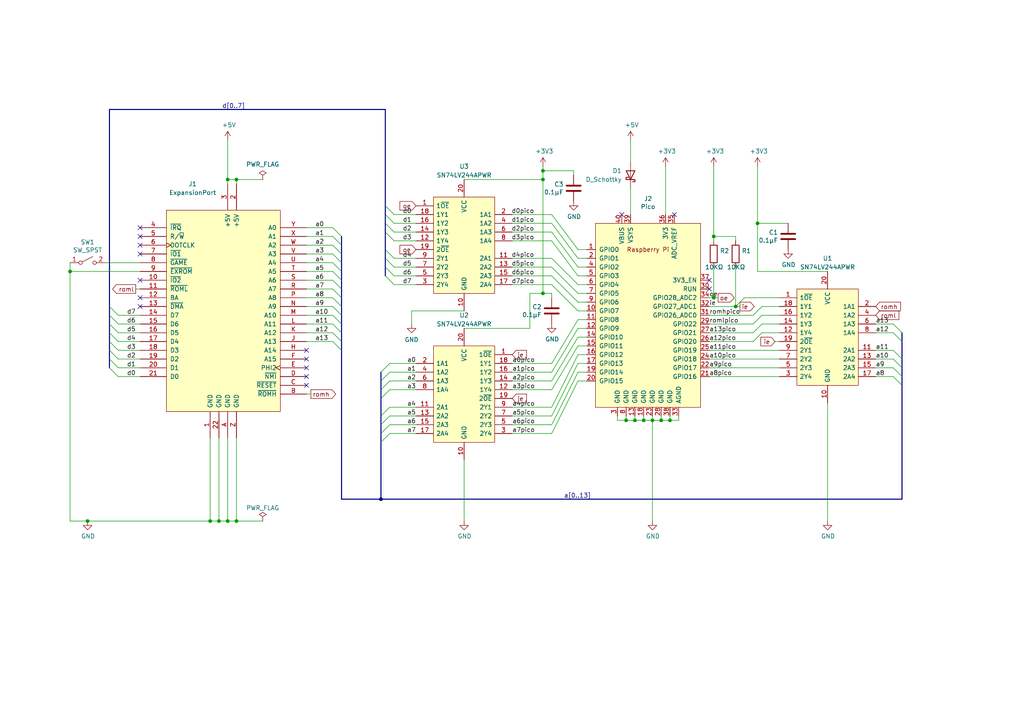
<source format=kicad_sch>
(kicad_sch (version 20211123) (generator eeschema)
  (paper "A4")
  (title_block (title "pico16k") (date "2022-02-16") (rev "3") (company "Kevin Vance") (comment 1 "C64 to Raspberry Pi Pico Adapter") (comment 2 "Switchable 8k/16k"))
  (lib_symbols
    (symbol "Device:C" (pin_numbers hide) (pin_names (offset 0.254))
      (property "Reference" "C" (at 0.635 2.54 0))
      (property "Value" "C" (at 0.635 -2.54 0))
      (symbol "C_0_1"
        (polyline (pts (xy -2.032 -0.762) (xy 2.032 -0.762)) (stroke (width 0.508)))
        (polyline (pts (xy -2.032 0.762) (xy 2.032 0.762)) (stroke (width 0.508)))
      )
      (symbol "C_1_1"
        (pin passive line (at 0 3.81 270) (length 2.794) (name "~") (number "1"))
        (pin passive line (at 0 -3.81 90) (length 2.794) (name "~") (number "2"))
      )
    )
    (symbol "Device:R" (pin_numbers hide) (pin_names (offset 0))
      (property "Reference" "R" (at 2.032 0 90))
      (property "Value" "R" (at 0 0 90))
      (symbol "R_0_1"
        (rectangle (start -1.016 -2.54) (end 1.016 2.54) (stroke (width 0.254)))
      )
      (symbol "R_1_1"
        (pin passive line (at 0 3.81 270) (length 1.27) (name "~") (number "1"))
        (pin passive line (at 0 -3.81 90) (length 1.27) (name "~") (number "2"))
      )
    )
    (symbol "Switch:SW_SPST" (pin_names (offset 0) hide)
      (property "Reference" "SW" (at 0 3.175 0))
      (property "Value" "SW_SPST" (at 0 -2.54 0))
      (symbol "SW_SPST_0_0"
        (circle (center -2.032 0) (radius 0.508))
        (polyline (pts (xy -1.524 0.254) (xy 1.524 1.778)))
        (circle (center 2.032 0) (radius 0.508))
      )
      (symbol "SW_SPST_1_1"
        (pin passive line (at -5.08 0 0) (length 2.54) (name "A") (number "1"))
        (pin passive line (at 5.08 0 180) (length 2.54) (name "B") (number "2"))
      )
    )
    (symbol "picocart:D_Schottky" (pin_numbers hide) (pin_names (offset 1.016) hide)
      (property "Reference" "D" (at 0 2.54 0))
      (property "Value" "D_Schottky" (at 0 -2.54 0))
      (symbol "D_Schottky_0_1"
        (polyline (pts (xy 1.27 0) (xy -1.27 0)))
        (polyline (pts (xy 1.27 1.27) (xy 1.27 -1.27) (xy -1.27 0) (xy 1.27 1.27)) (stroke (width 0.254)))
        (polyline (pts (xy -1.905 0.635) (xy -1.905 1.27) (xy -1.27 1.27) (xy -1.27 -1.27) (xy -0.635 -1.27) (xy -0.635 -0.635)) (stroke (width 0.254)))
      )
      (symbol "D_Schottky_1_1"
        (pin power_out line (at -3.81 0 0) (length 2.54) (name "K") (number "1"))
        (pin power_in line (at 3.81 0 180) (length 2.54) (name "A") (number "2"))
      )
    )
    (symbol "picocart:ExpansionPort" (pin_names (offset 1.016))
      (property "Reference" "X" (at 0 -2.54 0))
      (property "Value" "ExpansionPort" (at 0 2.54 0))
      (symbol "ExpansionPort_1_0"
        (rectangle (start -16.51 -29.21) (end 16.51 29.21) (fill (type background)))
      )
      (symbol "ExpansionPort_1_1"
        (pin power_in line (at -3.81 -36.83 90) (length 7.62) (name "GND") (number "1"))
        (pin output line (at -24.13 8.89 0) (length 7.62) (name "~{IO2}") (number "10"))
        (pin output line (at -24.13 6.35 0) (length 7.62) (name "~{ROML}") (number "11"))
        (pin output line (at -24.13 3.81 0) (length 7.62) (name "BA") (number "12"))
        (pin input line (at -24.13 1.27 0) (length 7.62) (name "~{DMA}") (number "13"))
        (pin bidirectional line (at -24.13 -1.27 0) (length 7.62) (name "D7") (number "14"))
        (pin bidirectional line (at -24.13 -3.81 0) (length 7.62) (name "D6") (number "15"))
        (pin bidirectional line (at -24.13 -6.35 0) (length 7.62) (name "D5") (number "16"))
        (pin bidirectional line (at -24.13 -8.89 0) (length 7.62) (name "D4") (number "17"))
        (pin bidirectional line (at -24.13 -11.43 0) (length 7.62) (name "D3") (number "18"))
        (pin bidirectional line (at -24.13 -13.97 0) (length 7.62) (name "D2") (number "19"))
        (pin power_in line (at 3.81 36.83 270) (length 7.62) (name "+5V") (number "2"))
        (pin bidirectional line (at -24.13 -16.51 0) (length 7.62) (name "D1") (number "20"))
        (pin bidirectional line (at -24.13 -19.05 0) (length 7.62) (name "D0") (number "21"))
        (pin power_in line (at -1.27 -36.83 90) (length 7.62) (name "GND") (number "22"))
        (pin power_in line (at 1.27 36.83 270) (length 7.62) (name "+5V") (number "3"))
        (pin input line (at -24.13 24.13 0) (length 7.62) (name "~{IRQ}") (number "4"))
        (pin output line (at -24.13 21.59 0) (length 7.62) (name "R/~{W}") (number "5"))
        (pin output clock (at -24.13 19.05 0) (length 7.62) (name "DOTCLK") (number "6"))
        (pin output line (at -24.13 16.51 0) (length 7.62) (name "~{IO1}") (number "7"))
        (pin input line (at -24.13 13.97 0) (length 7.62) (name "~{GAME}") (number "8"))
        (pin input line (at -24.13 11.43 0) (length 7.62) (name "~{EXROM}") (number "9"))
        (pin power_in line (at 1.27 -36.83 90) (length 7.62) (name "GND") (number "A"))
        (pin output line (at 24.13 -24.13 180) (length 7.62) (name "~{ROMH}") (number "B"))
        (pin input line (at 24.13 -21.59 180) (length 7.62) (name "~{RESET}") (number "C"))
        (pin input line (at 24.13 -19.05 180) (length 7.62) (name "~{NMI}") (number "D"))
        (pin output clock (at 24.13 -16.51 180) (length 7.62) (name "PHI2") (number "E"))
        (pin output line (at 24.13 -13.97 180) (length 7.62) (name "A15") (number "F"))
        (pin output line (at 24.13 -11.43 180) (length 7.62) (name "A14") (number "H"))
        (pin output line (at 24.13 -8.89 180) (length 7.62) (name "A13") (number "J"))
        (pin output line (at 24.13 -6.35 180) (length 7.62) (name "A12") (number "K"))
        (pin output line (at 24.13 -3.81 180) (length 7.62) (name "A11") (number "L"))
        (pin output line (at 24.13 -1.27 180) (length 7.62) (name "A10") (number "M"))
        (pin output line (at 24.13 1.27 180) (length 7.62) (name "A9") (number "N"))
        (pin output line (at 24.13 3.81 180) (length 7.62) (name "A8") (number "P"))
        (pin output line (at 24.13 6.35 180) (length 7.62) (name "A7") (number "R"))
        (pin output line (at 24.13 8.89 180) (length 7.62) (name "A6") (number "S"))
        (pin output line (at 24.13 11.43 180) (length 7.62) (name "A5") (number "T"))
        (pin output line (at 24.13 13.97 180) (length 7.62) (name "A4") (number "U"))
        (pin output line (at 24.13 16.51 180) (length 7.62) (name "A3") (number "V"))
        (pin output line (at 24.13 19.05 180) (length 7.62) (name "A2") (number "W"))
        (pin output line (at 24.13 21.59 180) (length 7.62) (name "A1") (number "X"))
        (pin output line (at 24.13 24.13 180) (length 7.62) (name "A0") (number "Y"))
        (pin power_in line (at 3.81 -36.83 90) (length 7.62) (name "GND") (number "Z"))
      )
    )
    (symbol "picocart:Pico" (pin_names (offset 1.016))
      (property "Reference" "U" (at -13.97 27.94 0))
      (property "Value" "Pico" (at 0 16.51 0))
      (symbol "Pico_0_0"
        (text "Raspberry Pi" (at 0 19.05 0) (effects (font (size 1.27 1.27))))
      )
      (symbol "Pico_0_1"
        (rectangle (start -15.24 26.67) (end 15.24 -26.67) (fill (type background)))
      )
      (symbol "Pico_1_1"
        (pin bidirectional line (at -17.78 19.05 0) (length 2.54) (name "GPIO0") (number "1"))
        (pin bidirectional line (at -17.78 1.27 0) (length 2.54) (name "GPIO7") (number "10"))
        (pin bidirectional line (at -17.78 -1.27 0) (length 2.54) (name "GPIO8") (number "11"))
        (pin bidirectional line (at -17.78 -3.81 0) (length 2.54) (name "GPIO9") (number "12"))
        (pin power_in line (at -3.81 -29.21 90) (length 2.54) (name "GND") (number "13"))
        (pin bidirectional line (at -17.78 -6.35 0) (length 2.54) (name "GPIO10") (number "14"))
        (pin bidirectional line (at -17.78 -8.89 0) (length 2.54) (name "GPIO11") (number "15"))
        (pin bidirectional line (at -17.78 -11.43 0) (length 2.54) (name "GPIO12") (number "16"))
        (pin bidirectional line (at -17.78 -13.97 0) (length 2.54) (name "GPIO13") (number "17"))
        (pin power_in line (at -1.27 -29.21 90) (length 2.54) (name "GND") (number "18"))
        (pin bidirectional line (at -17.78 -16.51 0) (length 2.54) (name "GPIO14") (number "19"))
        (pin bidirectional line (at -17.78 16.51 0) (length 2.54) (name "GPIO1") (number "2"))
        (pin bidirectional line (at -17.78 -19.05 0) (length 2.54) (name "GPIO15") (number "20"))
        (pin bidirectional line (at 17.78 -17.78 180) (length 2.54) (name "GPIO16") (number "21"))
        (pin bidirectional line (at 17.78 -15.24 180) (length 2.54) (name "GPIO17") (number "22"))
        (pin power_in line (at 1.27 -29.21 90) (length 2.54) (name "GND") (number "23"))
        (pin bidirectional line (at 17.78 -12.7 180) (length 2.54) (name "GPIO18") (number "24"))
        (pin bidirectional line (at 17.78 -10.16 180) (length 2.54) (name "GPIO19") (number "25"))
        (pin bidirectional line (at 17.78 -7.62 180) (length 2.54) (name "GPIO20") (number "26"))
        (pin bidirectional line (at 17.78 -5.08 180) (length 2.54) (name "GPIO21") (number "27"))
        (pin power_in line (at 3.81 -29.21 90) (length 2.54) (name "GND") (number "28"))
        (pin bidirectional line (at 17.78 -2.54 180) (length 2.54) (name "GPIO22") (number "29"))
        (pin power_in line (at -8.89 -29.21 90) (length 2.54) (name "GND") (number "3"))
        (pin input line (at 17.78 7.62 180) (length 2.54) (name "RUN") (number "30"))
        (pin bidirectional line (at 17.78 0 180) (length 2.54) (name "GPIO26_ADC0") (number "31"))
        (pin bidirectional line (at 17.78 2.54 180) (length 2.54) (name "GPIO27_ADC1") (number "32"))
        (pin power_in line (at 8.89 -29.21 90) (length 2.54) (name "AGND") (number "33"))
        (pin bidirectional line (at 17.78 5.08 180) (length 2.54) (name "GPIO28_ADC2") (number "34"))
        (pin unspecified line (at 7.62 29.21 270) (length 2.54) (name "ADC_VREF") (number "35"))
        (pin power_out line (at 5.08 29.21 270) (length 2.54) (name "3V3") (number "36"))
        (pin input line (at 17.78 10.16 180) (length 2.54) (name "3V3_EN") (number "37"))
        (pin power_in line (at 6.35 -29.21 90) (length 2.54) (name "GND") (number "38"))
        (pin power_in line (at -5.08 29.21 270) (length 2.54) (name "VSYS") (number "39"))
        (pin bidirectional line (at -17.78 13.97 0) (length 2.54) (name "GPIO2") (number "4"))
        (pin unspecified line (at -7.62 29.21 270) (length 2.54) (name "VBUS") (number "40"))
        (pin bidirectional line (at -17.78 11.43 0) (length 2.54) (name "GPIO3") (number "5"))
        (pin bidirectional line (at -17.78 8.89 0) (length 2.54) (name "GPIO4") (number "6"))
        (pin bidirectional line (at -17.78 6.35 0) (length 2.54) (name "GPIO5") (number "7"))
        (pin power_in line (at -6.35 -29.21 90) (length 2.54) (name "GND") (number "8"))
        (pin bidirectional line (at -17.78 3.81 0) (length 2.54) (name "GPIO6") (number "9"))
      )
    )
    (symbol "picocart:SN74LV244APWR" (pin_names (offset 0.762))
      (property "Reference" "IC" (at 24.13 7.62 0))
      (property "Value" "SN74LV244APWR" (at 24.13 5.08 0))
      (symbol "SN74LV244APWR_0_0"
        (pin input line (at 27.94 0 180) (length 5.08) (name "1~{OE}") (number "1"))
        (pin passive line (at 13.97 -30.48 90) (length 5.08) (name "GND") (number "10"))
        (pin input line (at 0 -15.24 0) (length 5.08) (name "2A1") (number "11"))
        (pin output line (at 27.94 -10.16 180) (length 5.08) (name "1Y4") (number "12"))
        (pin input line (at 0 -17.78 0) (length 5.08) (name "2A2") (number "13"))
        (pin output line (at 27.94 -7.62 180) (length 5.08) (name "1Y3") (number "14"))
        (pin input line (at 0 -20.32 0) (length 5.08) (name "2A3") (number "15"))
        (pin output line (at 27.94 -5.08 180) (length 5.08) (name "1Y2") (number "16"))
        (pin input line (at 0 -22.86 0) (length 5.08) (name "2A4") (number "17"))
        (pin output line (at 27.94 -2.54 180) (length 5.08) (name "1Y1") (number "18"))
        (pin input line (at 27.94 -12.7 180) (length 5.08) (name "2~{OE}") (number "19"))
        (pin input line (at 0 -2.54 0) (length 5.08) (name "1A1") (number "2"))
        (pin power_in line (at 13.97 7.62 270) (length 5.08) (name "VCC") (number "20"))
        (pin output line (at 27.94 -22.86 180) (length 5.08) (name "2Y4") (number "3"))
        (pin input line (at 0 -5.08 0) (length 5.08) (name "1A2") (number "4"))
        (pin output line (at 27.94 -20.32 180) (length 5.08) (name "2Y3") (number "5"))
        (pin input line (at 0 -7.62 0) (length 5.08) (name "1A3") (number "6"))
        (pin output line (at 27.94 -17.78 180) (length 5.08) (name "2Y2") (number "7"))
        (pin input line (at 0 -10.16 0) (length 5.08) (name "1A4") (number "8"))
        (pin output line (at 27.94 -15.24 180) (length 5.08) (name "2Y1") (number "9"))
      )
      (symbol "SN74LV244APWR_0_1"
        (polyline (pts (xy 5.08 2.54) (xy 22.86 2.54) (xy 22.86 -25.4) (xy 5.08 -25.4) (xy 5.08 2.54)) (stroke (width 0.1524)) (fill (type background)))
      )
    )
    (symbol "power:+3V3" (power) (pin_names (offset 0))
      (property "Value" "+3V3" (at 0 3.556 0))
      (symbol "+3V3_0_1"
        (polyline (pts (xy -0.762 1.27) (xy 0 2.54)))
        (polyline (pts (xy 0 0) (xy 0 2.54)))
        (polyline (pts (xy 0 2.54) (xy 0.762 1.27)))
      )
      (symbol "+3V3_1_1"
        (pin power_in line (at 0 0 90) (length 0) hide (name "+3V3") (number "1"))
      )
    )
    (symbol "power:+5V" (power) (pin_names (offset 0))
      (property "Value" "+5V" (at 0 3.556 0))
      (symbol "+5V_0_1"
        (polyline (pts (xy -0.762 1.27) (xy 0 2.54)))
        (polyline (pts (xy 0 0) (xy 0 2.54)))
        (polyline (pts (xy 0 2.54) (xy 0.762 1.27)))
      )
      (symbol "+5V_1_1"
        (pin power_in line (at 0 0 90) (length 0) hide (name "+5V") (number "1"))
      )
    )
    (symbol "power:GND" (power) (pin_names (offset 0))
      (property "Value" "GND" (at 0 -3.81 0))
      (symbol "GND_0_1"
        (polyline (pts (xy 0 0) (xy 0 -1.27) (xy 1.27 -1.27) (xy 0 -2.54) (xy -1.27 -1.27) (xy 0 -1.27)))
      )
      (symbol "GND_1_1"
        (pin power_in line (at 0 0 270) (length 0) hide (name "GND") (number "1"))
      )
    )
    (symbol "power:PWR_FLAG" (power) (pin_numbers hide) (pin_names (offset 0) hide)
      (property "Value" "PWR_FLAG" (at 0 3.81 0))
      (symbol "PWR_FLAG_0_0"
        (pin power_out line (at 0 0 90) (length 0) (name "pwr") (number "1"))
      )
      (symbol "PWR_FLAG_0_1"
        (polyline (pts (xy 0 0) (xy 0 1.27) (xy -1.016 1.905) (xy 0 2.54) (xy 1.016 1.905) (xy 0 1.27)))
      )
    )
  )
  (junction (at 157.48 49.53))
  (junction (at 194.31 121.92))
  (junction (at 20.32 78.74))
  (junction (at 184.15 121.92))
  (junction (at 219.71 64.77))
  (junction (at 207.01 86.36))
  (junction (at 191.77 121.92))
  (junction (at 181.61 121.92))
  (junction (at 110.49 144.78))
  (junction (at 207.01 68.58))
  (junction (at 25.4 151.13))
  (junction (at 213.36 88.9))
  (junction (at 157.48 85.09))
  (junction (at 189.23 121.92))
  (junction (at 68.58 151.13))
  (junction (at 186.69 121.92))
  (junction (at 63.5 151.13))
  (junction (at 66.04 151.13))
  (junction (at 68.58 52.07))
  (junction (at 157.48 52.07))
  (junction (at 66.04 52.07))
  (junction (at 60.96 151.13))
  (no_connect (at 88.9 111.76))
  (no_connect (at 88.9 109.22))
  (no_connect (at 40.64 81.28))
  (no_connect (at 40.64 66.04))
  (no_connect (at 40.64 86.36))
  (no_connect (at 40.64 73.66))
  (no_connect (at 40.64 88.9))
  (no_connect (at 40.64 68.58))
  (no_connect (at 205.74 83.82))
  (no_connect (at 205.74 81.28))
  (no_connect (at 88.9 101.6))
  (no_connect (at 88.9 106.68))
  (no_connect (at 195.58 62.23))
  (no_connect (at 88.9 104.14))
  (no_connect (at 180.34 62.23))
  (no_connect (at 40.64 71.12))
  (bus_entry (at 259.08 93.98) (size 2.54 2.54))
  (bus_entry (at 110.49 115.57) (size 2.54 -2.54))
  (bus_entry (at 34.29 93.98) (size -2.54 -2.54))
  (bus_entry (at 114.3 82.55) (size -2.54 -2.54))
  (bus_entry (at 259.08 96.52) (size 2.54 2.54))
  (bus_entry (at 96.52 71.12) (size 2.54 2.54))
  (bus_entry (at 110.49 128.27) (size 2.54 -2.54))
  (bus_entry (at 96.52 88.9) (size 2.54 2.54))
  (bus_entry (at 96.52 68.58) (size 2.54 2.54))
  (bus_entry (at 96.52 86.36) (size 2.54 2.54))
  (bus_entry (at 34.29 101.6) (size -2.54 -2.54))
  (bus_entry (at 96.52 91.44) (size 2.54 2.54))
  (bus_entry (at 259.08 106.68) (size 2.54 2.54))
  (bus_entry (at 110.49 125.73) (size 2.54 -2.54))
  (bus_entry (at 96.52 66.04) (size 2.54 2.54))
  (bus_entry (at 34.29 109.22) (size -2.54 -2.54))
  (bus_entry (at 34.29 104.14) (size -2.54 -2.54))
  (bus_entry (at 114.3 62.23) (size -2.54 -2.54))
  (bus_entry (at 96.52 81.28) (size 2.54 2.54))
  (bus_entry (at 259.08 104.14) (size 2.54 2.54))
  (bus_entry (at 114.3 67.31) (size -2.54 -2.54))
  (bus_entry (at 96.52 93.98) (size 2.54 2.54))
  (bus_entry (at 96.52 73.66) (size 2.54 2.54))
  (bus_entry (at 34.29 99.06) (size -2.54 -2.54))
  (bus_entry (at 114.3 80.01) (size -2.54 -2.54))
  (bus_entry (at 34.29 96.52) (size -2.54 -2.54))
  (bus_entry (at 114.3 74.93) (size -2.54 -2.54))
  (bus_entry (at 34.29 106.68) (size -2.54 -2.54))
  (bus_entry (at 110.49 113.03) (size 2.54 -2.54))
  (bus_entry (at 110.49 123.19) (size 2.54 -2.54))
  (bus_entry (at 259.08 109.22) (size 2.54 2.54))
  (bus_entry (at 110.49 120.65) (size 2.54 -2.54))
  (bus_entry (at 110.49 107.95) (size 2.54 -2.54))
  (bus_entry (at 114.3 69.85) (size -2.54 -2.54))
  (bus_entry (at 114.3 77.47) (size -2.54 -2.54))
  (bus_entry (at 34.29 91.44) (size -2.54 -2.54))
  (bus_entry (at 259.08 101.6) (size 2.54 2.54))
  (bus_entry (at 96.52 76.2) (size 2.54 2.54))
  (bus_entry (at 96.52 78.74) (size 2.54 2.54))
  (bus_entry (at 114.3 64.77) (size -2.54 -2.54))
  (bus_entry (at 96.52 83.82) (size 2.54 2.54))
  (bus_entry (at 96.52 96.52) (size 2.54 2.54))
  (bus_entry (at 110.49 110.49) (size 2.54 -2.54))
  (bus_entry (at 96.52 99.06) (size 2.54 2.54))
  (wire (pts (xy 34.29 93.98) (xy 40.64 93.98)))
  (wire (pts (xy 184.15 121.92) (xy 184.15 120.65)))
  (wire (pts (xy 184.15 121.92) (xy 186.69 121.92)))
  (wire (pts (xy 167.64 82.55) (xy 170.18 82.55)))
  (wire (pts (xy 213.36 69.85) (xy 213.36 68.58)))
  (wire (pts (xy 160.02 125.73) (xy 167.64 110.49)))
  (wire (pts (xy 114.3 74.93) (xy 120.65 74.93)))
  (wire (pts (xy 191.77 120.65) (xy 191.77 121.92)))
  (wire (pts (xy 76.2 52.07) (xy 68.58 52.07)))
  (bus (pts (xy 99.06 93.98) (xy 99.06 96.52)))
  (wire (pts (xy 148.59 105.41) (xy 160.02 105.41)))
  (bus (pts (xy 99.06 83.82) (xy 99.06 86.36)))
  (bus (pts (xy 261.62 106.68) (xy 261.62 109.22)))
  (wire (pts (xy 113.03 125.73) (xy 120.65 125.73)))
  (wire (pts (xy 213.36 77.47) (xy 213.36 88.9)))
  (wire (pts (xy 114.3 80.01) (xy 120.65 80.01)))
  (wire (pts (xy 88.9 93.98) (xy 96.52 93.98)))
  (wire (pts (xy 167.64 74.93) (xy 170.18 74.93)))
  (wire (pts (xy 207.01 77.47) (xy 207.01 86.36)))
  (wire (pts (xy 68.58 151.13) (xy 76.2 151.13)))
  (wire (pts (xy 113.03 110.49) (xy 120.65 110.49)))
  (wire (pts (xy 167.64 107.95) (xy 170.18 107.95)))
  (bus (pts (xy 261.62 96.52) (xy 261.62 99.06)))
  (wire (pts (xy 88.9 78.74) (xy 96.52 78.74)))
  (wire (pts (xy 167.64 105.41) (xy 170.18 105.41)))
  (wire (pts (xy 114.3 67.31) (xy 120.65 67.31)))
  (wire (pts (xy 148.59 80.01) (xy 160.02 80.01)))
  (wire (pts (xy 20.32 151.13) (xy 25.4 151.13)))
  (bus (pts (xy 31.75 101.6) (xy 31.75 104.14)))
  (bus (pts (xy 31.75 91.44) (xy 31.75 88.9)))
  (bus (pts (xy 99.06 68.58) (xy 99.06 71.12)))
  (wire (pts (xy 113.03 107.95) (xy 120.65 107.95)))
  (wire (pts (xy 114.3 82.55) (xy 120.65 82.55)))
  (bus (pts (xy 31.75 104.14) (xy 31.75 106.68)))
  (wire (pts (xy 148.59 125.73) (xy 160.02 125.73)))
  (wire (pts (xy 34.29 109.22) (xy 40.64 109.22)))
  (wire (pts (xy 205.74 109.22) (xy 226.06 109.22)))
  (wire (pts (xy 34.29 99.06) (xy 40.64 99.06)))
  (bus (pts (xy 31.75 96.52) (xy 31.75 99.06)))
  (wire (pts (xy 66.04 53.34) (xy 66.04 52.07)))
  (bus (pts (xy 99.06 81.28) (xy 99.06 83.82)))
  (wire (pts (xy 88.9 114.3) (xy 90.17 114.3)))
  (bus (pts (xy 111.76 77.47) (xy 111.76 74.93)))
  (wire (pts (xy 160.02 67.31) (xy 167.64 77.47)))
  (bus (pts (xy 99.06 99.06) (xy 99.06 101.6)))
  (wire (pts (xy 88.9 81.28) (xy 96.52 81.28)))
  (wire (pts (xy 213.36 68.58) (xy 207.01 68.58)))
  (wire (pts (xy 254 109.22) (xy 259.08 109.22)))
  (wire (pts (xy 220.98 93.98) (xy 226.06 93.98)))
  (bus (pts (xy 261.62 111.76) (xy 261.62 144.78)))
  (wire (pts (xy 205.74 88.9) (xy 213.36 88.9)))
  (wire (pts (xy 160.02 123.19) (xy 167.64 107.95)))
  (bus (pts (xy 261.62 104.14) (xy 261.62 106.68)))
  (wire (pts (xy 160.02 64.77) (xy 167.64 74.93)))
  (wire (pts (xy 88.9 99.06) (xy 96.52 99.06)))
  (bus (pts (xy 111.76 74.93) (xy 111.76 72.39)))
  (wire (pts (xy 160.02 85.09) (xy 157.48 85.09)))
  (wire (pts (xy 114.3 64.77) (xy 120.65 64.77)))
  (wire (pts (xy 189.23 121.92) (xy 189.23 151.13)))
  (wire (pts (xy 166.37 49.53) (xy 157.48 49.53)))
  (wire (pts (xy 179.07 120.65) (xy 179.07 121.92)))
  (wire (pts (xy 114.3 69.85) (xy 120.65 69.85)))
  (wire (pts (xy 88.9 88.9) (xy 96.52 88.9)))
  (bus (pts (xy 99.06 91.44) (xy 99.06 93.98)))
  (wire (pts (xy 167.64 92.71) (xy 170.18 92.71)))
  (wire (pts (xy 113.03 105.41) (xy 120.65 105.41)))
  (wire (pts (xy 213.36 88.9) (xy 214.63 88.9)))
  (wire (pts (xy 181.61 120.65) (xy 181.61 121.92)))
  (wire (pts (xy 205.74 91.44) (xy 218.44 91.44)))
  (wire (pts (xy 196.85 121.92) (xy 196.85 120.65)))
  (wire (pts (xy 34.29 96.52) (xy 40.64 96.52)))
  (wire (pts (xy 213.36 88.9) (xy 215.9 86.36)))
  (wire (pts (xy 220.98 96.52) (xy 226.06 96.52)))
  (wire (pts (xy 148.59 77.47) (xy 160.02 77.47)))
  (bus (pts (xy 99.06 78.74) (xy 99.06 81.28)))
  (wire (pts (xy 160.02 107.95) (xy 167.64 95.25)))
  (wire (pts (xy 205.74 99.06) (xy 218.44 99.06)))
  (wire (pts (xy 205.74 106.68) (xy 226.06 106.68)))
  (wire (pts (xy 63.5 127) (xy 63.5 151.13)))
  (wire (pts (xy 207.01 68.58) (xy 207.01 69.85)))
  (wire (pts (xy 218.44 99.06) (xy 220.98 96.52)))
  (wire (pts (xy 218.44 96.52) (xy 220.98 93.98)))
  (wire (pts (xy 88.9 91.44) (xy 96.52 91.44)))
  (wire (pts (xy 148.59 82.55) (xy 160.02 82.55)))
  (wire (pts (xy 186.69 121.92) (xy 189.23 121.92)))
  (wire (pts (xy 20.32 76.2) (xy 20.32 78.74)))
  (bus (pts (xy 31.75 93.98) (xy 31.75 96.52)))
  (bus (pts (xy 110.49 125.73) (xy 110.49 128.27)))
  (wire (pts (xy 153.67 95.25) (xy 153.67 85.09)))
  (wire (pts (xy 66.04 127) (xy 66.04 151.13)))
  (wire (pts (xy 134.62 95.25) (xy 153.67 95.25)))
  (wire (pts (xy 20.32 78.74) (xy 20.32 151.13)))
  (wire (pts (xy 148.59 118.11) (xy 160.02 118.11)))
  (wire (pts (xy 166.37 50.8) (xy 166.37 49.53)))
  (wire (pts (xy 218.44 93.98) (xy 220.98 91.44)))
  (wire (pts (xy 148.59 110.49) (xy 160.02 110.49)))
  (wire (pts (xy 160.02 110.49) (xy 167.64 97.79)))
  (wire (pts (xy 194.31 121.92) (xy 196.85 121.92)))
  (wire (pts (xy 167.64 77.47) (xy 170.18 77.47)))
  (wire (pts (xy 167.64 95.25) (xy 170.18 95.25)))
  (bus (pts (xy 99.06 96.52) (xy 99.06 99.06)))
  (wire (pts (xy 194.31 120.65) (xy 194.31 121.92)))
  (bus (pts (xy 261.62 99.06) (xy 261.62 104.14)))
  (bus (pts (xy 110.49 123.19) (xy 110.49 125.73)))
  (bus (pts (xy 110.49 144.78) (xy 99.06 144.78)))
  (wire (pts (xy 30.48 76.2) (xy 40.64 76.2)))
  (wire (pts (xy 167.64 80.01) (xy 170.18 80.01)))
  (wire (pts (xy 228.6 64.77) (xy 219.71 64.77)))
  (bus (pts (xy 99.06 86.36) (xy 99.06 88.9)))
  (wire (pts (xy 113.03 120.65) (xy 120.65 120.65)))
  (bus (pts (xy 31.75 93.98) (xy 31.75 91.44)))
  (wire (pts (xy 148.59 120.65) (xy 160.02 120.65)))
  (wire (pts (xy 220.98 91.44) (xy 226.06 91.44)))
  (wire (pts (xy 167.64 87.63) (xy 170.18 87.63)))
  (wire (pts (xy 208.28 86.36) (xy 207.01 86.36)))
  (wire (pts (xy 160.02 82.55) (xy 167.64 90.17)))
  (wire (pts (xy 254 101.6) (xy 259.08 101.6)))
  (wire (pts (xy 134.62 52.07) (xy 157.48 52.07)))
  (wire (pts (xy 254 93.98) (xy 259.08 93.98)))
  (wire (pts (xy 148.59 69.85) (xy 160.02 69.85)))
  (bus (pts (xy 110.49 144.78) (xy 261.62 144.78)))
  (bus (pts (xy 99.06 76.2) (xy 99.06 78.74)))
  (wire (pts (xy 167.64 110.49) (xy 170.18 110.49)))
  (wire (pts (xy 219.71 78.74) (xy 219.71 64.77)))
  (bus (pts (xy 111.76 80.01) (xy 111.76 77.47)))
  (wire (pts (xy 157.48 52.07) (xy 157.48 85.09)))
  (wire (pts (xy 88.9 73.66) (xy 96.52 73.66)))
  (wire (pts (xy 88.9 76.2) (xy 96.52 76.2)))
  (wire (pts (xy 191.77 121.92) (xy 194.31 121.92)))
  (wire (pts (xy 25.4 151.13) (xy 60.96 151.13)))
  (wire (pts (xy 226.06 99.06) (xy 224.79 99.06)))
  (wire (pts (xy 160.02 113.03) (xy 167.64 100.33)))
  (wire (pts (xy 189.23 120.65) (xy 189.23 121.92)))
  (wire (pts (xy 34.29 91.44) (xy 40.64 91.44)))
  (wire (pts (xy 167.64 72.39) (xy 170.18 72.39)))
  (wire (pts (xy 157.48 49.53) (xy 157.48 52.07)))
  (bus (pts (xy 99.06 71.12) (xy 99.06 73.66)))
  (wire (pts (xy 205.74 86.36) (xy 207.01 86.36)))
  (wire (pts (xy 60.96 127) (xy 60.96 151.13)))
  (bus (pts (xy 110.49 120.65) (xy 110.49 123.19)))
  (bus (pts (xy 111.76 62.23) (xy 111.76 59.69)))
  (wire (pts (xy 167.64 100.33) (xy 170.18 100.33)))
  (wire (pts (xy 205.74 93.98) (xy 218.44 93.98)))
  (wire (pts (xy 148.59 123.19) (xy 160.02 123.19)))
  (wire (pts (xy 205.74 104.14) (xy 226.06 104.14)))
  (wire (pts (xy 66.04 40.64) (xy 66.04 52.07)))
  (wire (pts (xy 167.64 85.09) (xy 170.18 85.09)))
  (wire (pts (xy 68.58 53.34) (xy 68.58 52.07)))
  (wire (pts (xy 114.3 62.23) (xy 120.65 62.23)))
  (wire (pts (xy 254 104.14) (xy 259.08 104.14)))
  (wire (pts (xy 157.48 48.26) (xy 157.48 49.53)))
  (bus (pts (xy 31.75 88.9) (xy 31.75 31.75)))
  (bus (pts (xy 110.49 115.57) (xy 110.49 120.65)))
  (wire (pts (xy 20.32 78.74) (xy 40.64 78.74)))
  (wire (pts (xy 148.59 67.31) (xy 160.02 67.31)))
  (bus (pts (xy 31.75 31.75) (xy 111.76 31.75)))
  (wire (pts (xy 88.9 71.12) (xy 96.52 71.12)))
  (wire (pts (xy 179.07 121.92) (xy 181.61 121.92)))
  (bus (pts (xy 111.76 64.77) (xy 111.76 62.23)))
  (wire (pts (xy 193.04 62.23) (xy 193.04 48.26)))
  (bus (pts (xy 110.49 107.95) (xy 110.49 110.49)))
  (wire (pts (xy 181.61 121.92) (xy 184.15 121.92)))
  (wire (pts (xy 34.29 104.14) (xy 40.64 104.14)))
  (wire (pts (xy 218.44 91.44) (xy 220.98 88.9)))
  (wire (pts (xy 63.5 151.13) (xy 66.04 151.13)))
  (wire (pts (xy 148.59 113.03) (xy 160.02 113.03)))
  (wire (pts (xy 60.96 151.13) (xy 63.5 151.13)))
  (wire (pts (xy 182.88 46.99) (xy 182.88 40.64)))
  (wire (pts (xy 219.71 64.77) (xy 219.71 48.26)))
  (wire (pts (xy 68.58 127) (xy 68.58 151.13)))
  (wire (pts (xy 160.02 118.11) (xy 167.64 102.87)))
  (wire (pts (xy 167.64 90.17) (xy 170.18 90.17)))
  (wire (pts (xy 88.9 86.36) (xy 96.52 86.36)))
  (bus (pts (xy 110.49 113.03) (xy 110.49 115.57)))
  (wire (pts (xy 119.38 90.17) (xy 119.38 93.98)))
  (wire (pts (xy 186.69 120.65) (xy 186.69 121.92)))
  (wire (pts (xy 148.59 74.93) (xy 160.02 74.93)))
  (wire (pts (xy 160.02 74.93) (xy 167.64 82.55)))
  (wire (pts (xy 39.37 83.82) (xy 40.64 83.82)))
  (wire (pts (xy 160.02 86.36) (xy 160.02 85.09)))
  (wire (pts (xy 88.9 96.52) (xy 96.52 96.52)))
  (bus (pts (xy 110.49 110.49) (xy 110.49 113.03)))
  (bus (pts (xy 99.06 101.6) (xy 99.06 144.78)))
  (bus (pts (xy 111.76 72.39) (xy 111.76 67.31)))
  (wire (pts (xy 215.9 86.36) (xy 226.06 86.36)))
  (bus (pts (xy 99.06 73.66) (xy 99.06 76.2)))
  (bus (pts (xy 31.75 99.06) (xy 31.75 101.6)))
  (wire (pts (xy 113.03 113.03) (xy 120.65 113.03)))
  (wire (pts (xy 153.67 85.09) (xy 157.48 85.09)))
  (wire (pts (xy 148.59 64.77) (xy 160.02 64.77)))
  (wire (pts (xy 167.64 97.79) (xy 170.18 97.79)))
  (wire (pts (xy 160.02 77.47) (xy 167.64 85.09)))
  (wire (pts (xy 88.9 68.58) (xy 96.52 68.58)))
  (wire (pts (xy 88.9 83.82) (xy 96.52 83.82)))
  (wire (pts (xy 134.62 133.35) (xy 134.62 151.13)))
  (wire (pts (xy 148.59 107.95) (xy 160.02 107.95)))
  (wire (pts (xy 167.64 102.87) (xy 170.18 102.87)))
  (bus (pts (xy 111.76 67.31) (xy 111.76 64.77)))
  (wire (pts (xy 113.03 123.19) (xy 120.65 123.19)))
  (wire (pts (xy 254 96.52) (xy 259.08 96.52)))
  (wire (pts (xy 220.98 88.9) (xy 226.06 88.9)))
  (wire (pts (xy 205.74 101.6) (xy 226.06 101.6)))
  (wire (pts (xy 66.04 52.07) (xy 68.58 52.07)))
  (wire (pts (xy 34.29 106.68) (xy 40.64 106.68)))
  (wire (pts (xy 189.23 121.92) (xy 191.77 121.92)))
  (bus (pts (xy 110.49 128.27) (xy 110.49 144.78)))
  (wire (pts (xy 113.03 118.11) (xy 120.65 118.11)))
  (bus (pts (xy 99.06 88.9) (xy 99.06 91.44)))
  (wire (pts (xy 134.62 90.17) (xy 119.38 90.17)))
  (wire (pts (xy 160.02 62.23) (xy 167.64 72.39)))
  (wire (pts (xy 68.58 151.13) (xy 66.04 151.13)))
  (wire (pts (xy 160.02 105.41) (xy 167.64 92.71)))
  (wire (pts (xy 205.74 96.52) (xy 218.44 96.52)))
  (wire (pts (xy 207.01 48.26) (xy 207.01 68.58)))
  (wire (pts (xy 240.03 116.84) (xy 240.03 151.13)))
  (bus (pts (xy 261.62 109.22) (xy 261.62 111.76)))
  (bus (pts (xy 111.76 59.69) (xy 111.76 31.75)))
  (wire (pts (xy 148.59 62.23) (xy 160.02 62.23)))
  (wire (pts (xy 240.03 78.74) (xy 219.71 78.74)))
  (wire (pts (xy 254 106.68) (xy 259.08 106.68)))
  (wire (pts (xy 160.02 69.85) (xy 167.64 80.01)))
  (wire (pts (xy 182.88 54.61) (xy 182.88 62.23)))
  (wire (pts (xy 160.02 80.01) (xy 167.64 87.63)))
  (wire (pts (xy 34.29 101.6) (xy 40.64 101.6)))
  (wire (pts (xy 88.9 66.04) (xy 96.52 66.04)))
  (wire (pts (xy 114.3 77.47) (xy 120.65 77.47)))
  (wire (pts (xy 160.02 120.65) (xy 167.64 105.41)))
  (label "a10" (at 91.44 91.44 0))
  (label "a1" (at 120.65 107.95 180))
  (label "d2" (at 39.37 104.14 180))
  (label "d5" (at 119.38 77.47 180))
  (label "a0" (at 120.65 105.41 180))
  (label "a7pico" (at 148.59 125.73 0))
  (label "a7" (at 91.44 83.82 0))
  (label "a13" (at 91.44 99.06 0))
  (label "romlpico" (at 205.74 93.98 0))
  (label "d2" (at 119.38 67.31 180))
  (label "a6" (at 91.44 81.28 0))
  (label "d0pico" (at 154.94 62.23 180))
  (label "a12" (at 254 96.52 0))
  (label "d6" (at 39.37 93.98 180))
  (label "a2pico" (at 148.59 110.49 0))
  (label "a12pico" (at 205.74 99.06 0))
  (label "a5" (at 120.65 120.65 180))
  (label "a12" (at 91.44 96.52 0))
  (label "a8" (at 91.44 86.36 0))
  (label "a5pico" (at 148.59 120.65 0))
  (label "d[0..7]" (at 71.12 31.75 180))
  (label "d3" (at 119.38 69.85 180))
  (label "a5" (at 91.44 78.74 0))
  (label "a9pico" (at 205.74 106.68 0))
  (label "a3pico" (at 148.59 113.03 0))
  (label "a4" (at 120.65 118.11 180))
  (label "a11pico" (at 205.74 101.6 0))
  (label "a1pico" (at 148.59 107.95 0))
  (label "a1" (at 91.44 68.58 0))
  (label "d4" (at 39.37 99.06 180))
  (label "a11" (at 91.44 93.98 0))
  (label "d1" (at 39.37 106.68 180))
  (label "a13pico" (at 205.74 96.52 0))
  (label "a10" (at 254 104.14 0))
  (label "d1pico" (at 154.94 64.77 180))
  (label "d6pico" (at 154.94 80.01 180))
  (label "a3" (at 120.65 113.03 180))
  (label "a6pico" (at 148.59 123.19 0))
  (label "a4" (at 91.44 76.2 0))
  (label "a3" (at 91.44 73.66 0))
  (label "d0" (at 39.37 109.22 180))
  (label "d0" (at 119.38 62.23 180))
  (label "ie" (at 205.74 88.9 0))
  (label "a11" (at 254 101.6 0))
  (label "romhpico" (at 205.74 91.44 0))
  (label "d3pico" (at 154.94 69.85 180))
  (label "d2pico" (at 154.94 67.31 180))
  (label "d7" (at 39.37 91.44 180))
  (label "d4" (at 119.38 74.93 180))
  (label "a0pico" (at 148.59 105.41 0))
  (label "a8" (at 254 109.22 0))
  (label "a7" (at 120.65 125.73 180))
  (label "a8pico" (at 205.74 109.22 0))
  (label "a9" (at 254 106.68 0))
  (label "a10pico" (at 205.74 104.14 0))
  (label "oe" (at 205.74 86.36 0))
  (label "a6" (at 120.65 123.19 180))
  (label "d6" (at 119.38 80.01 180))
  (label "a4pico" (at 148.59 118.11 0))
  (label "a2" (at 91.44 71.12 0))
  (label "d4pico" (at 154.94 74.93 180))
  (label "a[0..13]" (at 171.45 144.78 180))
  (label "d5pico" (at 154.94 77.47 180))
  (label "a2" (at 120.65 110.49 180))
  (label "d7pico" (at 154.94 82.55 180))
  (label "d1" (at 119.38 64.77 180))
  (label "a0" (at 91.44 66.04 0))
  (label "a13" (at 254 93.98 0))
  (label "d7" (at 119.38 82.55 180))
  (label "d3" (at 39.37 101.6 180))
  (label "d5" (at 39.37 96.52 180))
  (label "a9" (at 91.44 88.9 0))
  (global_label "ie" (shape output) (at 214.63 88.9 0) (property "Intersheet References" "${INTERSHEET_REFS}" (effects hide)))
  (global_label "romh" (shape output) (at 90.17 114.3 0) (property "Intersheet References" "${INTERSHEET_REFS}" (effects hide)))
  (global_label "oe" (shape input) (at 120.65 59.69 180) (property "Intersheet References" "${INTERSHEET_REFS}" (effects hide)))
  (global_label "ie" (shape input) (at 148.59 115.57 0) (property "Intersheet References" "${INTERSHEET_REFS}" (effects hide)))
  (global_label "roml" (shape input) (at 254 91.44 0) (property "Intersheet References" "${INTERSHEET_REFS}" (effects hide)))
  (global_label "ie" (shape input) (at 224.79 99.06 180) (property "Intersheet References" "${INTERSHEET_REFS}" (effects hide)))
  (global_label "roml" (shape output) (at 39.37 83.82 180) (property "Intersheet References" "${INTERSHEET_REFS}" (effects hide)))
  (global_label "romh" (shape input) (at 254 88.9 0) (property "Intersheet References" "${INTERSHEET_REFS}" (effects hide)))
  (global_label "ie" (shape input) (at 148.59 102.87 0) (property "Intersheet References" "${INTERSHEET_REFS}" (effects hide)))
  (global_label "oe" (shape input) (at 120.65 72.39 180) (property "Intersheet References" "${INTERSHEET_REFS}" (effects hide)))
  (global_label "oe" (shape output) (at 208.28 86.36 0) (property "Intersheet References" "${INTERSHEET_REFS}" (effects hide)))
  (symbol (lib_id "picocart:Pico") (at 187.96 91.44 0) (unit 1)
    (property "Reference" "J2" (at 187.96 57.6326 0))
    (property "Value" "Pico" (at 187.96 59.944 0))
    (property "Footprint" "picocart:RPi_Pico_SMD_TH" (effects hide))
  )
  (symbol (lib_id "picocart:ExpansionPort") (at 64.77 90.17 0) (unit 1)
    (property "Reference" "J1" (at 55.88 53.34 0))
    (property "Value" "ExpansionPort" (at 55.88 55.88 0))
    (property "Footprint" "picocart:C64ExpansionEdgeShort" (effects hide))
    (property "Datasheet" "DOCUMENTATION" (effects hide))
  )
  (symbol (lib_id "power:+5V") (at 66.04 40.64 0) (unit 1)
    (property "Reference" "#PWR01" (effects hide))
    (property "Value" "+5V" (at 66.421 36.2458 0))
  )
  (symbol (lib_id "power:PWR_FLAG") (at 76.2 52.07 0) (unit 1)
    (property "Reference" "#FLG01" (effects hide))
    (property "Value" "PWR_FLAG" (at 76.2 47.6758 0))
  )
  (symbol (lib_id "power:GND") (at 25.4 151.13 0) (unit 1)
    (property "Reference" "#PWR011" (effects hide))
    (property "Value" "GND" (at 25.527 155.5242 0))
  )
  (symbol (lib_id "power:PWR_FLAG") (at 76.2 151.13 0) (unit 1)
    (property "Reference" "#FLG02" (effects hide))
    (property "Value" "PWR_FLAG" (at 76.2 147.32 0))
  )
  (symbol (lib_id "power:GND") (at 189.23 151.13 0) (unit 1)
    (property "Reference" "#PWR013" (effects hide))
    (property "Value" "GND" (at 189.357 155.5242 0))
  )
  (symbol (lib_id "picocart:SN74LV244APWR") (at 120.65 102.87 0) (unit 1)
    (property "Reference" "U2" (at 134.62 91.44 0))
    (property "Value" "SN74LV244APWR" (at 134.62 93.98 0))
    (property "Footprint" "picocart:SOP65P640X120-20N" (effects hide))
    (property "Datasheet" "http://www.ti.com/lit/gpn/sn74lv244a" (effects hide))
    (property "Description" "Texas Instruments SN74LV244APWR Octal Buffer & Line Driver, 3-State, 2  5.5 V, 20-Pin TSSOP" (effects hide))
    (property "Height" "1.2" (effects hide))
    (property "Mouser Part Number" "595-SN74LV244APWR" (effects hide))
    (property "Mouser Price/Stock" "https://www.mouser.co.uk/ProductDetail/Texas-Instruments/SN74LV244APWR?qs=L4Mc90zKIphtUp73%252B2bASQ%3D%3D" (effects hide))
    (property "Manufacturer_Name" "Texas Instruments" (effects hide))
    (property "Manufacturer_Part_Number" "SN74LV244APWR" (effects hide))
  )
  (symbol (lib_id "power:+3V3") (at 157.48 48.26 0) (unit 1)
    (property "Reference" "#PWR03" (effects hide))
    (property "Value" "+3V3" (at 157.861 43.8658 0))
  )
  (symbol (lib_id "Device:C") (at 160.02 90.17 0) (mirror y) (unit 1)
    (property "Reference" "C2" (at 157.099 89.0016 0) (effects (justify left)))
    (property "Value" "0.1μF" (at 157.099 91.313 0) (effects (justify left)))
    (property "Footprint" "Capacitor_SMD:C_0603_1608Metric_Pad1.08x0.95mm_HandSolder" (effects hide))
  )
  (symbol (lib_id "power:GND") (at 134.62 151.13 0) (unit 1)
    (property "Reference" "#PWR012" (effects hide))
    (property "Value" "GND" (at 134.747 155.5242 0))
  )
  (symbol (lib_id "power:+5V") (at 182.88 40.64 0) (unit 1)
    (property "Reference" "#PWR02" (effects hide))
    (property "Value" "+5V" (at 183.261 36.2458 0))
  )
  (symbol (lib_id "power:+3V3") (at 193.04 48.26 0) (unit 1)
    (property "Reference" "#PWR04" (effects hide))
    (property "Value" "+3V3" (at 193.421 43.8658 0))
  )
  (symbol (lib_id "power:GND") (at 160.02 93.98 0) (unit 1)
    (property "Reference" "#PWR09" (effects hide))
    (property "Value" "GND" (at 160.147 98.3742 0))
  )
  (symbol (lib_id "picocart:SN74LV244APWR") (at 254 86.36 0) (mirror y) (unit 1)
    (property "Reference" "U1" (at 240.03 74.93 0))
    (property "Value" "SN74LV244APWR" (at 240.03 77.47 0))
    (property "Footprint" "picocart:SOP65P640X120-20N" (effects hide))
    (property "Datasheet" "http://www.ti.com/lit/gpn/sn74lv244a" (effects hide))
    (property "Description" "Texas Instruments SN74LV244APWR Octal Buffer & Line Driver, 3-State, 2  5.5 V, 20-Pin TSSOP" (effects hide))
    (property "Height" "1.2" (effects hide))
    (property "Mouser Part Number" "595-SN74LV244APWR" (effects hide))
    (property "Mouser Price/Stock" "https://www.mouser.co.uk/ProductDetail/Texas-Instruments/SN74LV244APWR?qs=L4Mc90zKIphtUp73%252B2bASQ%3D%3D" (effects hide))
    (property "Manufacturer_Name" "Texas Instruments" (effects hide))
    (property "Manufacturer_Part_Number" "SN74LV244APWR" (effects hide))
  )
  (symbol (lib_id "power:+3V3") (at 219.71 48.26 0) (unit 1)
    (property "Reference" "#PWR05" (effects hide))
    (property "Value" "+3V3" (at 220.091 43.8658 0))
  )
  (symbol (lib_id "Device:C") (at 228.6 68.58 0) (mirror y) (unit 1)
    (property "Reference" "C1" (at 225.679 67.4116 0) (effects (justify left)))
    (property "Value" "0.1μF" (at 225.679 69.723 0) (effects (justify left)))
    (property "Footprint" "Capacitor_SMD:C_0603_1608Metric_Pad1.08x0.95mm_HandSolder" (effects hide))
  )
  (symbol (lib_id "power:GND") (at 228.6 72.39 0) (unit 1)
    (property "Reference" "#PWR07" (effects hide))
    (property "Value" "GND" (at 228.727 76.7842 0))
  )
  (symbol (lib_id "picocart:D_Schottky") (at 182.88 50.8 270) (mirror x) (unit 1)
    (property "Reference" "D1" (at 180.34 49.53 90) (effects (justify right)))
    (property "Value" "D_Schottky" (at 180.34 52.07 90) (effects (justify right)))
    (property "Footprint" "Diode_SMD:D_SMA" (effects hide))
  )
  (symbol (lib_id "power:GND") (at 240.03 151.13 0) (unit 1)
    (property "Reference" "#PWR014" (effects hide))
    (property "Value" "GND" (at 240.157 155.5242 0))
  )
  (symbol (lib_id "Switch:SW_SPST") (at 25.4 76.2 0) (unit 1)
    (property "Reference" "SW1" (at 25.4 70.231 0))
    (property "Value" "SW_SPST" (at 25.4 72.5424 0))
    (property "Footprint" "Connector_PinHeader_2.54mm:PinHeader_1x03_P2.54mm_Vertical" (effects hide))
  )
  (symbol (lib_id "power:GND") (at 119.38 93.98 0) (unit 1)
    (property "Reference" "#PWR08" (effects hide))
    (property "Value" "GND" (at 119.38 98.5425 0))
  )
  (symbol (lib_id "Device:C") (at 166.37 54.61 0) (mirror y) (unit 1)
    (property "Reference" "C3" (at 163.449 53.4416 0) (effects (justify left)))
    (property "Value" "0.1μF" (at 163.449 55.753 0) (effects (justify left)))
    (property "Footprint" "Capacitor_SMD:C_0603_1608Metric_Pad1.08x0.95mm_HandSolder" (effects hide))
  )
  (symbol (lib_id "power:GND") (at 166.37 58.42 0) (unit 1)
    (property "Reference" "#PWR06" (effects hide))
    (property "Value" "GND" (at 166.497 62.8142 0))
  )
  (symbol (lib_id "picocart:SN74LV244APWR") (at 148.59 59.69 0) (mirror y) (unit 1)
    (property "Reference" "U3" (at 134.62 48.26 0))
    (property "Value" "SN74LV244APWR" (at 134.62 50.8 0))
    (property "Footprint" "picocart:SOP65P640X120-20N" (effects hide))
    (property "Datasheet" "http://www.ti.com/lit/gpn/sn74lv244a" (effects hide))
    (property "Description" "Texas Instruments SN74LV244APWR Octal Buffer & Line Driver, 3-State, 2  5.5 V, 20-Pin TSSOP" (effects hide))
    (property "Height" "1.2" (effects hide))
    (property "Mouser Part Number" "595-SN74LV244APWR" (effects hide))
    (property "Mouser Price/Stock" "https://www.mouser.co.uk/ProductDetail/Texas-Instruments/SN74LV244APWR?qs=L4Mc90zKIphtUp73%252B2bASQ%3D%3D" (effects hide))
    (property "Manufacturer_Name" "Texas Instruments" (effects hide))
    (property "Manufacturer_Part_Number" "SN74LV244APWR" (effects hide))
  )
  (symbol (lib_id "Device:R") (at 213.36 73.66 0) (unit 1)
    (property "Reference" "R1" (at 215.138 72.7515 0) (effects (justify left)))
    (property "Value" "10KΩ" (at 210.82 77.47 0) (effects (justify left)))
    (property "Footprint" "Resistor_SMD:R_0603_1608Metric_Pad0.98x0.95mm_HandSolder" (effects hide))
  )
  (symbol (lib_id "Device:R") (at 207.01 73.66 0) (unit 1)
    (property "Reference" "R2" (at 208.788 72.7515 0) (effects (justify left)))
    (property "Value" "10KΩ" (at 204.47 77.47 0) (effects (justify left)))
    (property "Footprint" "Resistor_SMD:R_0603_1608Metric_Pad0.98x0.95mm_HandSolder" (effects hide))
  )
  (symbol (lib_id "power:+3V3") (at 207.01 48.26 0) (unit 1)
    (property "Reference" "#PWR0101" (effects hide))
    (property "Value" "+3V3" (at 207.391 43.8658 0))
  )
)
</source>
